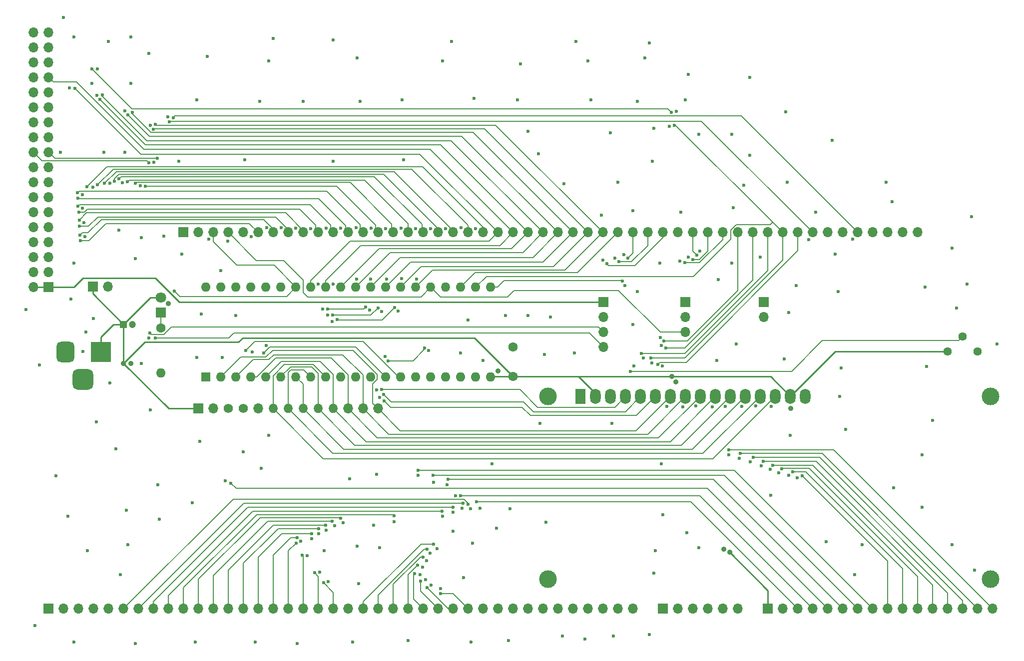
<source format=gtl>
G04 #@! TF.GenerationSoftware,KiCad,Pcbnew,(6.0.7-1)-1*
G04 #@! TF.CreationDate,2023-01-31T16:53:23+01:00*
G04 #@! TF.ProjectId,6502_computer,36353032-5f63-46f6-9d70-757465722e6b,REV*
G04 #@! TF.SameCoordinates,Original*
G04 #@! TF.FileFunction,Copper,L1,Top*
G04 #@! TF.FilePolarity,Positive*
%FSLAX46Y46*%
G04 Gerber Fmt 4.6, Leading zero omitted, Abs format (unit mm)*
G04 Created by KiCad (PCBNEW (6.0.7-1)-1) date 2023-01-31 16:53:23*
%MOMM*%
%LPD*%
G01*
G04 APERTURE LIST*
G04 Aperture macros list*
%AMRoundRect*
0 Rectangle with rounded corners*
0 $1 Rounding radius*
0 $2 $3 $4 $5 $6 $7 $8 $9 X,Y pos of 4 corners*
0 Add a 4 corners polygon primitive as box body*
4,1,4,$2,$3,$4,$5,$6,$7,$8,$9,$2,$3,0*
0 Add four circle primitives for the rounded corners*
1,1,$1+$1,$2,$3*
1,1,$1+$1,$4,$5*
1,1,$1+$1,$6,$7*
1,1,$1+$1,$8,$9*
0 Add four rect primitives between the rounded corners*
20,1,$1+$1,$2,$3,$4,$5,0*
20,1,$1+$1,$4,$5,$6,$7,0*
20,1,$1+$1,$6,$7,$8,$9,0*
20,1,$1+$1,$8,$9,$2,$3,0*%
G04 Aperture macros list end*
G04 #@! TA.AperFunction,ComponentPad*
%ADD10R,3.500000X3.500000*%
G04 #@! TD*
G04 #@! TA.AperFunction,ComponentPad*
%ADD11RoundRect,0.750000X-0.750000X-1.000000X0.750000X-1.000000X0.750000X1.000000X-0.750000X1.000000X0*%
G04 #@! TD*
G04 #@! TA.AperFunction,ComponentPad*
%ADD12RoundRect,0.875000X-0.875000X-0.875000X0.875000X-0.875000X0.875000X0.875000X-0.875000X0.875000X0*%
G04 #@! TD*
G04 #@! TA.AperFunction,ComponentPad*
%ADD13R,1.700000X1.700000*%
G04 #@! TD*
G04 #@! TA.AperFunction,ComponentPad*
%ADD14O,1.700000X1.700000*%
G04 #@! TD*
G04 #@! TA.AperFunction,ComponentPad*
%ADD15C,1.574800*%
G04 #@! TD*
G04 #@! TA.AperFunction,ComponentPad*
%ADD16O,1.574800X1.574800*%
G04 #@! TD*
G04 #@! TA.AperFunction,ComponentPad*
%ADD17R,1.600000X1.600000*%
G04 #@! TD*
G04 #@! TA.AperFunction,ComponentPad*
%ADD18O,1.600000X1.600000*%
G04 #@! TD*
G04 #@! TA.AperFunction,ComponentPad*
%ADD19O,1.579880X1.579880*%
G04 #@! TD*
G04 #@! TA.AperFunction,ComponentPad*
%ADD20C,1.600000*%
G04 #@! TD*
G04 #@! TA.AperFunction,ComponentPad*
%ADD21C,3.000000*%
G04 #@! TD*
G04 #@! TA.AperFunction,ComponentPad*
%ADD22R,1.800000X2.600000*%
G04 #@! TD*
G04 #@! TA.AperFunction,ComponentPad*
%ADD23O,1.800000X2.600000*%
G04 #@! TD*
G04 #@! TA.AperFunction,ComponentPad*
%ADD24C,1.440000*%
G04 #@! TD*
G04 #@! TA.AperFunction,ComponentPad*
%ADD25R,1.800000X1.800000*%
G04 #@! TD*
G04 #@! TA.AperFunction,ComponentPad*
%ADD26C,1.800000*%
G04 #@! TD*
G04 #@! TA.AperFunction,ComponentPad*
%ADD27R,1.200000X1.200000*%
G04 #@! TD*
G04 #@! TA.AperFunction,ComponentPad*
%ADD28C,1.200000*%
G04 #@! TD*
G04 #@! TA.AperFunction,ViaPad*
%ADD29C,0.900000*%
G04 #@! TD*
G04 #@! TA.AperFunction,ViaPad*
%ADD30C,0.600000*%
G04 #@! TD*
G04 #@! TA.AperFunction,Conductor*
%ADD31C,0.293624*%
G04 #@! TD*
G04 #@! TA.AperFunction,Conductor*
%ADD32C,0.146812*%
G04 #@! TD*
G04 APERTURE END LIST*
D10*
X79939400Y-104960500D03*
D11*
X73939400Y-104960500D03*
D12*
X76939400Y-109660500D03*
D13*
X179070000Y-96520000D03*
D14*
X179070000Y-99060000D03*
X179070000Y-101600000D03*
D13*
X71120000Y-148530000D03*
D14*
X73660000Y-148530000D03*
X76200000Y-148530000D03*
X78740000Y-148530000D03*
X81280000Y-148530000D03*
X83820000Y-148530000D03*
X86360000Y-148530000D03*
X88900000Y-148530000D03*
X91440000Y-148530000D03*
X93980000Y-148530000D03*
X96520000Y-148530000D03*
X99060000Y-148530000D03*
X101600000Y-148530000D03*
X104140000Y-148530000D03*
X106680000Y-148530000D03*
X109220000Y-148530000D03*
X111760000Y-148530000D03*
X114300000Y-148530000D03*
X116840000Y-148530000D03*
X119380000Y-148530000D03*
X121920000Y-148530000D03*
X124460000Y-148530000D03*
X127000000Y-148530000D03*
X129540000Y-148530000D03*
X132080000Y-148530000D03*
X134620000Y-148530000D03*
X137160000Y-148530000D03*
X139700000Y-148530000D03*
X142240000Y-148530000D03*
X144780000Y-148530000D03*
X147320000Y-148530000D03*
X149860000Y-148530000D03*
X152400000Y-148530000D03*
X154940000Y-148530000D03*
X157480000Y-148530000D03*
X160020000Y-148530000D03*
X162560000Y-148530000D03*
X165100000Y-148530000D03*
X167640000Y-148530000D03*
X170180000Y-148530000D03*
D13*
X165125000Y-96530000D03*
D14*
X165125000Y-99070000D03*
X165125000Y-101610000D03*
X165125000Y-104150000D03*
D13*
X175260000Y-148530000D03*
D14*
X177800000Y-148530000D03*
X180340000Y-148530000D03*
X182880000Y-148530000D03*
X185420000Y-148530000D03*
X187960000Y-148530000D03*
D13*
X78586000Y-93880000D03*
D14*
X81126000Y-93880000D03*
D13*
X96450892Y-114602392D03*
D14*
X98990892Y-114602392D03*
D15*
X101530892Y-114602392D03*
X104070892Y-114602392D03*
D14*
X106610892Y-114602392D03*
D16*
X109150892Y-114602392D03*
X111690892Y-114602392D03*
X114230892Y-114602392D03*
X116770892Y-114602392D03*
X119310892Y-114602392D03*
D14*
X121850892Y-114602392D03*
X124390892Y-114602392D03*
X126930892Y-114602392D03*
D13*
X71120000Y-93980000D03*
D14*
X68580000Y-93980000D03*
X71120000Y-91440000D03*
X68580000Y-91440000D03*
X71120000Y-88900000D03*
X68580000Y-88900000D03*
X71120000Y-86360000D03*
X68580000Y-86360000D03*
X71120000Y-83820000D03*
X68580000Y-83820000D03*
X71120000Y-81280000D03*
X68580000Y-81280000D03*
X71120000Y-78740000D03*
X68580000Y-78740000D03*
X71120000Y-76200000D03*
X68580000Y-76200000D03*
X71120000Y-73660000D03*
X68580000Y-73660000D03*
X71120000Y-71120000D03*
X68580000Y-71120000D03*
X71120000Y-68580000D03*
X68580000Y-68580000D03*
X71120000Y-66040000D03*
X68580000Y-66040000D03*
X71120000Y-63500000D03*
X68580000Y-63500000D03*
X71120000Y-60960000D03*
X68580000Y-60960000D03*
X71120000Y-58420000D03*
X68580000Y-58420000D03*
X71120000Y-55880000D03*
X68580000Y-55880000D03*
X71120000Y-53340000D03*
X68580000Y-53340000D03*
X71120000Y-50800000D03*
X68580000Y-50800000D03*
D13*
X192303000Y-96540000D03*
D14*
X192303000Y-99080000D03*
D13*
X93956000Y-84709000D03*
D14*
X96496000Y-84709000D03*
X99036000Y-84709000D03*
X101576000Y-84709000D03*
X104116000Y-84709000D03*
X106656000Y-84709000D03*
X109196000Y-84709000D03*
X111736000Y-84709000D03*
X114276000Y-84709000D03*
X116816000Y-84709000D03*
X119356000Y-84709000D03*
X121896000Y-84709000D03*
X124436000Y-84709000D03*
X126976000Y-84709000D03*
X129516000Y-84709000D03*
X132056000Y-84709000D03*
X134596000Y-84709000D03*
X137136000Y-84709000D03*
X139676000Y-84709000D03*
X142216000Y-84709000D03*
X144756000Y-84709000D03*
X147296000Y-84709000D03*
X149836000Y-84709000D03*
X152376000Y-84709000D03*
X154916000Y-84709000D03*
X157456000Y-84709000D03*
X159996000Y-84709000D03*
X162536000Y-84709000D03*
X165076000Y-84709000D03*
X167616000Y-84709000D03*
X170156000Y-84709000D03*
X172696000Y-84709000D03*
X175236000Y-84709000D03*
X177776000Y-84709000D03*
X180316000Y-84709000D03*
X182856000Y-84709000D03*
X185396000Y-84709000D03*
X187936000Y-84709000D03*
X190476000Y-84709000D03*
X193016000Y-84709000D03*
X195556000Y-84709000D03*
X198096000Y-84709000D03*
X200636000Y-84709000D03*
X203176000Y-84709000D03*
X205716000Y-84709000D03*
X208256000Y-84709000D03*
X210796000Y-84709000D03*
X213336000Y-84709000D03*
X215876000Y-84709000D03*
X218416000Y-84709000D03*
D17*
X97790000Y-109220000D03*
D18*
X100330000Y-109220000D03*
X102870000Y-109220000D03*
X105410000Y-109220000D03*
X107950000Y-109220000D03*
D19*
X110490000Y-109220000D03*
X113030000Y-109220000D03*
X115570000Y-109220000D03*
D18*
X118110000Y-109220000D03*
X120650000Y-109220000D03*
X123190000Y-109220000D03*
X125730000Y-109220000D03*
X128270000Y-109220000D03*
X130810000Y-109220000D03*
X133350000Y-109220000D03*
X135890000Y-109220000D03*
X138430000Y-109220000D03*
X140970000Y-109220000D03*
X143510000Y-109220000D03*
X146050000Y-109220000D03*
X146050000Y-93980000D03*
X143510000Y-93980000D03*
X140970000Y-93980000D03*
D19*
X138430000Y-93980000D03*
X135890000Y-93980000D03*
X133350000Y-93980000D03*
D18*
X130810000Y-93980000D03*
X128270000Y-93980000D03*
X125730000Y-93980000D03*
X123190000Y-93980000D03*
X120650000Y-93980000D03*
X118110000Y-93980000D03*
X115570000Y-93980000D03*
X113030000Y-93980000D03*
X110490000Y-93980000D03*
X107950000Y-93980000D03*
X105410000Y-93980000D03*
X102870000Y-93980000D03*
X100330000Y-93980000D03*
X97790000Y-93980000D03*
D20*
X149860000Y-109180000D03*
X149860000Y-104180000D03*
D13*
X193040000Y-148530000D03*
D14*
X195580000Y-148530000D03*
X198120000Y-148530000D03*
X200660000Y-148530000D03*
X203200000Y-148530000D03*
X205740000Y-148530000D03*
X208280000Y-148530000D03*
X210820000Y-148530000D03*
X213360000Y-148530000D03*
X215900000Y-148530000D03*
X218440000Y-148530000D03*
X220980000Y-148530000D03*
X223520000Y-148530000D03*
X226060000Y-148530000D03*
X228600000Y-148530000D03*
X231140000Y-148530000D03*
D21*
X230793480Y-143522700D03*
X230794000Y-112522000D03*
X155794900Y-112522000D03*
X155794900Y-143522700D03*
D22*
X161294000Y-112522000D03*
D23*
X163834000Y-112522000D03*
X166374000Y-112522000D03*
X168914000Y-112522000D03*
X171454000Y-112522000D03*
X173994000Y-112522000D03*
X176534000Y-112522000D03*
X179074000Y-112522000D03*
X181614000Y-112522000D03*
X184154000Y-112522000D03*
X186694000Y-112522000D03*
X189234000Y-112522000D03*
X191774000Y-112522000D03*
X194314000Y-112522000D03*
X196854000Y-112522000D03*
X199394000Y-112522000D03*
D24*
X228600000Y-104902000D03*
X226060000Y-102362000D03*
X223520000Y-104902000D03*
D25*
X90158000Y-98298000D03*
D26*
X90158000Y-95758000D03*
D20*
X90170000Y-100965000D03*
D18*
X90170000Y-108585000D03*
D27*
X83820000Y-100330000D03*
D28*
X85320000Y-100330000D03*
D29*
X186540688Y-138965760D03*
X83820000Y-106934000D03*
X176737207Y-109172145D03*
D30*
X68834000Y-151384000D03*
X174752000Y-89916000D03*
X158496000Y-76454000D03*
X178308000Y-81280000D03*
D29*
X85090000Y-106934000D03*
D30*
X195834000Y-106172000D03*
X175183800Y-107373894D03*
X147066000Y-134874000D03*
X137922000Y-55626000D03*
X179578000Y-57912000D03*
X96266000Y-105918000D03*
X224282000Y-137668000D03*
X133781800Y-125882400D03*
X129641600Y-133807200D03*
X78486000Y-59436000D03*
X207772000Y-142748000D03*
X140970000Y-105156000D03*
X83058000Y-84328000D03*
X190068200Y-123621800D03*
X100330000Y-91186000D03*
X137566400Y-145084800D03*
X125526800Y-97917000D03*
X181356000Y-138176000D03*
X228092000Y-141986000D03*
X151130000Y-56134000D03*
D29*
X91440000Y-96774000D03*
D30*
X206248000Y-118110000D03*
X86639400Y-76835000D03*
X183591200Y-114300000D03*
X196088000Y-64262000D03*
X172974000Y-52578000D03*
X184404000Y-106426000D03*
X186944000Y-68072000D03*
X130352800Y-98044000D03*
X196596000Y-98298000D03*
X197866000Y-93726000D03*
X85090000Y-51562000D03*
X118160800Y-135204200D03*
X227584000Y-82042000D03*
X138684000Y-127508000D03*
X205232000Y-112522000D03*
X82550000Y-121412000D03*
X142240000Y-99568000D03*
X73152000Y-71120000D03*
X101066600Y-126796800D03*
X186944000Y-89916000D03*
X202946000Y-137160000D03*
X139446000Y-52324000D03*
X117576600Y-97739200D03*
X77724000Y-138684000D03*
X113030000Y-84023200D03*
X135178800Y-140360400D03*
X135763000Y-139141200D03*
X78638400Y-77038200D03*
X118160800Y-83972400D03*
X122682000Y-154178000D03*
X184658000Y-92710000D03*
X107972514Y-103865906D03*
X76835000Y-78333600D03*
X80518000Y-71120000D03*
X164846000Y-81788000D03*
X79349600Y-56972200D03*
X108458000Y-55626000D03*
X105460800Y-85445600D03*
X175869600Y-114223800D03*
X136339106Y-127085912D03*
X152400000Y-67564000D03*
X113868200Y-137109200D03*
X189992000Y-71628000D03*
X131064000Y-62230000D03*
X224282000Y-87376000D03*
X166370000Y-67818000D03*
X144228730Y-131515351D03*
X231902000Y-103632000D03*
X190982600Y-114147600D03*
X175260000Y-132588000D03*
X106934000Y-62484000D03*
X156210000Y-99060000D03*
X198043800Y-126365000D03*
X143002000Y-137414000D03*
X84328000Y-131826000D03*
X67310000Y-97790000D03*
X170942000Y-62484000D03*
X196596000Y-125933200D03*
X115544600Y-84099400D03*
X83312000Y-142748000D03*
X214122000Y-79502000D03*
X207391000Y-85826600D03*
X72390000Y-125984000D03*
X205486000Y-107696000D03*
X96012000Y-154178000D03*
X107188000Y-124714000D03*
X134086600Y-142748000D03*
X130835400Y-83997800D03*
X163068000Y-62230000D03*
X122174000Y-126492000D03*
X86868000Y-106934000D03*
X119202200Y-99822000D03*
X125730000Y-92608400D03*
X84074000Y-71120000D03*
X123952000Y-62484000D03*
X123444000Y-137922000D03*
X187706000Y-103632000D03*
X213106000Y-76200000D03*
X102870000Y-98806000D03*
X120650000Y-83997800D03*
X133324600Y-84074000D03*
X81534000Y-110236000D03*
X75438000Y-51562000D03*
X104394000Y-72390000D03*
X171932600Y-106045000D03*
X128270000Y-84048600D03*
D29*
X177444400Y-110083600D03*
D30*
X189992000Y-58420000D03*
X193446400Y-124917200D03*
X95504000Y-130556000D03*
X139700000Y-135382000D03*
X134543800Y-141452600D03*
X150622000Y-62230000D03*
X139649200Y-132181600D03*
D29*
X196900800Y-114528600D03*
D30*
X135559800Y-104749600D03*
X191770000Y-88900000D03*
X155448000Y-133858000D03*
X191922400Y-124333000D03*
X126720600Y-111455200D03*
X127254000Y-138176000D03*
X133451600Y-92633800D03*
X137871200Y-132842000D03*
X88138000Y-102626888D03*
X108051600Y-83896200D03*
X178104800Y-89611200D03*
X81534000Y-76403200D03*
X172212000Y-55118000D03*
X149352000Y-131572000D03*
X115671600Y-136652000D03*
X143484600Y-84099400D03*
X69596000Y-107188000D03*
X104140000Y-121920000D03*
X158242000Y-153162000D03*
X204470000Y-88392000D03*
X168757600Y-93726000D03*
X146304000Y-123952000D03*
X121031000Y-133959600D03*
X170180000Y-100330000D03*
X89662000Y-127508000D03*
X173405800Y-106857800D03*
X166624000Y-117094000D03*
X114300000Y-62484000D03*
X220980000Y-116586000D03*
X131318000Y-72390000D03*
X219202000Y-122428000D03*
X141046200Y-83921600D03*
X176326800Y-66700400D03*
X101447600Y-86156800D03*
X123444000Y-55118000D03*
D29*
X147320000Y-108204000D03*
D30*
X126238000Y-134366000D03*
X154178000Y-71374000D03*
X168605200Y-88519000D03*
X128193800Y-105791000D03*
X84582000Y-137668000D03*
X93726000Y-88392000D03*
X181356000Y-68072000D03*
X154432000Y-117094000D03*
X142748000Y-154178000D03*
X90678000Y-85344000D03*
X138404600Y-84048600D03*
X106172000Y-154178000D03*
X125755400Y-83997800D03*
X118541800Y-143941800D03*
X81280000Y-52324000D03*
X83661929Y-76251659D03*
X219202000Y-131318000D03*
X175006000Y-123952000D03*
X79248000Y-116840000D03*
X85090000Y-59436000D03*
X193598800Y-114198400D03*
X199923400Y-85928200D03*
X74930000Y-96012000D03*
X162560000Y-55626000D03*
X85852000Y-154432000D03*
X96266000Y-62230000D03*
X134975600Y-143611600D03*
X88138000Y-54356000D03*
X188595000Y-114249200D03*
X130937000Y-92583000D03*
X73660000Y-48260000D03*
X135890000Y-84048600D03*
X203962000Y-69088000D03*
X98247200Y-85877400D03*
X219710000Y-93980000D03*
X96774000Y-120142000D03*
X193548000Y-129286000D03*
X180797200Y-114173000D03*
X119380000Y-72644000D03*
X100584000Y-105918000D03*
X196342000Y-76200000D03*
X201168000Y-81280000D03*
X170180000Y-81026000D03*
X174802800Y-102514400D03*
X117068600Y-142290800D03*
X179070000Y-62230000D03*
X187198000Y-80518000D03*
X77470000Y-101600000D03*
X155194000Y-105410000D03*
X170281600Y-107373894D03*
X119583200Y-134467600D03*
X148590000Y-98806000D03*
X119380000Y-93497400D03*
X178587400Y-114300000D03*
X113284000Y-154432000D03*
X140081000Y-129336800D03*
X186410600Y-122428000D03*
X74422000Y-132842000D03*
X75438000Y-154178000D03*
X141173200Y-131495800D03*
X152400000Y-98806000D03*
X88392000Y-114808000D03*
X84047302Y-64130144D03*
X173736000Y-142494000D03*
X116840000Y-93497400D03*
X128397000Y-92608400D03*
X219964000Y-107442000D03*
X88984911Y-72792136D03*
X114985800Y-139573000D03*
X98044000Y-54864000D03*
X225044000Y-97536000D03*
X123266200Y-83921600D03*
X77292200Y-85420200D03*
X88341200Y-66514506D03*
X76962000Y-104902000D03*
X162052000Y-153670000D03*
X188976000Y-76708000D03*
X188163200Y-123037600D03*
X132080000Y-153924000D03*
X136931400Y-138328400D03*
X196850000Y-119126000D03*
X142595600Y-131572000D03*
X127228600Y-112699800D03*
X173736000Y-67056000D03*
X118386979Y-98701979D03*
X85852000Y-89154000D03*
X165100000Y-89408000D03*
X170942000Y-94742000D03*
X144780000Y-106426000D03*
X173990000Y-138684000D03*
X226822000Y-93472000D03*
X110540800Y-83921600D03*
D29*
X185521600Y-138404600D03*
D30*
X173482000Y-72644000D03*
X214376000Y-128016000D03*
X105638600Y-105029000D03*
X119380000Y-52070000D03*
X166878000Y-153162000D03*
X97028000Y-98552000D03*
X123367800Y-92633800D03*
X93218000Y-72644000D03*
X116865400Y-135788400D03*
X135966200Y-144500600D03*
X174980600Y-103911400D03*
X160528000Y-52324000D03*
X117856000Y-138684000D03*
X167640000Y-76200000D03*
X74625200Y-60198000D03*
X141478000Y-143256000D03*
X167132000Y-89077800D03*
X194868800Y-125476000D03*
X89916000Y-133350000D03*
X108458000Y-119126000D03*
X172974000Y-152908000D03*
X160274000Y-105156000D03*
X143256000Y-61976000D03*
X79314545Y-61500599D03*
X149098000Y-153924000D03*
X109220000Y-51816000D03*
X177522349Y-64178824D03*
X77063600Y-83032600D03*
X126746000Y-125730000D03*
X91363800Y-65125600D03*
X185851800Y-114198400D03*
X127558800Y-98094800D03*
X209042000Y-137668000D03*
X181483000Y-87884000D03*
X179324000Y-135636000D03*
X78740000Y-99314000D03*
X179578000Y-88874600D03*
X76860400Y-80627694D03*
X204978000Y-94742000D03*
X75438000Y-89916000D03*
X86868000Y-85598000D03*
X123698000Y-144272000D03*
X169697400Y-108305600D03*
X127571122Y-111383933D03*
X127916168Y-112194116D03*
X127972684Y-113273820D03*
X186384748Y-121574889D03*
X188336640Y-122201905D03*
X190516075Y-122895250D03*
X192261759Y-123549864D03*
X193870358Y-124176439D03*
X195372160Y-124786728D03*
X197212488Y-125342939D03*
X198831200Y-125958600D03*
X143670907Y-130399059D03*
X102006400Y-127228600D03*
X140934111Y-129362652D03*
X138865528Y-126597825D03*
X136245600Y-125882400D03*
X133756400Y-125018800D03*
X92456000Y-94691200D03*
X76479400Y-86080600D03*
X76464181Y-85213195D03*
X117703600Y-144119600D03*
X116205000Y-142443200D03*
X76377800Y-83693000D03*
X114140302Y-139456380D03*
X76305494Y-82640501D03*
X137566400Y-145938303D03*
X75590400Y-60274200D03*
X135244630Y-144956455D03*
X134137400Y-143840200D03*
X79832200Y-62179200D03*
X133172200Y-142595600D03*
X80274197Y-61404127D03*
X84582000Y-64795400D03*
X133680200Y-141173200D03*
X134562582Y-139769857D03*
X85304171Y-64329059D03*
X88874600Y-67191094D03*
X135254972Y-138455362D03*
X136372600Y-137566400D03*
X89186127Y-66393820D03*
X76218380Y-81258185D03*
X113072251Y-137417309D03*
X113258600Y-136499600D03*
X76081224Y-80279338D03*
X76124669Y-78881351D03*
X115748872Y-135802003D03*
X116916200Y-134924800D03*
X76042300Y-78017225D03*
X142203944Y-130813665D03*
X77597000Y-76995494D03*
X141353873Y-130661640D03*
X79425800Y-76606400D03*
X80568800Y-76403200D03*
X139650484Y-131328098D03*
X137768497Y-131994700D03*
X82292172Y-76011228D03*
X83054550Y-75652028D03*
X134846497Y-104280916D03*
X128689411Y-106485865D03*
X129667000Y-132765800D03*
X120618692Y-133212293D03*
X84505800Y-76123800D03*
X119998620Y-99515110D03*
X129723778Y-97467114D03*
X119176800Y-133705600D03*
X85801200Y-76403200D03*
X119240014Y-98730211D03*
X126942980Y-97503841D03*
X173181400Y-106034325D03*
X78496098Y-56947252D03*
X176690924Y-64371694D03*
X177164135Y-66535062D03*
X87503000Y-76860400D03*
X118430102Y-97738720D03*
X124886064Y-97353152D03*
X118084600Y-134340600D03*
X89179400Y-102626888D03*
X89552458Y-72154676D03*
X88138000Y-72898000D03*
X88283113Y-101785812D03*
X91592400Y-65963800D03*
X92227400Y-65260694D03*
X107543600Y-105181400D03*
X104556548Y-104765747D03*
X169291000Y-89052400D03*
X167767000Y-89687400D03*
X165709600Y-90017600D03*
X180967329Y-88564109D03*
X180321825Y-89293159D03*
X178943000Y-89865200D03*
X175393343Y-103130618D03*
X175743996Y-104293098D03*
X171574382Y-105270309D03*
X174378389Y-107091441D03*
X168351200Y-92938600D03*
D31*
X193040000Y-145465072D02*
X186540688Y-138965760D01*
X96450892Y-114602392D02*
X91488392Y-114602392D01*
X103987600Y-102590600D02*
X103251000Y-103327200D01*
X193512000Y-109180000D02*
X196854000Y-112522000D01*
X160568000Y-109180000D02*
X160953624Y-109180000D01*
X146090000Y-109180000D02*
X146050000Y-109220000D01*
X143270600Y-102590600D02*
X103987600Y-102590600D01*
X79939400Y-104960500D02*
X79939400Y-102458000D01*
X90158000Y-95758000D02*
X88392000Y-95758000D01*
X149860000Y-109180000D02*
X160568000Y-109180000D01*
X193040000Y-148530000D02*
X193040000Y-145465072D01*
X160953624Y-109180000D02*
X163834000Y-112060376D01*
X149860000Y-109180000D02*
X146090000Y-109180000D01*
X204474000Y-104902000D02*
X223520000Y-104902000D01*
X78586000Y-95096000D02*
X78586000Y-93880000D01*
X83820000Y-100330000D02*
X78586000Y-95096000D01*
X196854000Y-112522000D02*
X204474000Y-104902000D01*
X160568000Y-109180000D02*
X193512000Y-109180000D01*
X83820000Y-106934000D02*
X83820000Y-100330000D01*
X82067400Y-100330000D02*
X83820000Y-100330000D01*
X103251000Y-103327200D02*
X87426800Y-103327200D01*
X91488392Y-114602392D02*
X83820000Y-106934000D01*
X163834000Y-112060376D02*
X163834000Y-112522000D01*
X149860000Y-109180000D02*
X143270600Y-102590600D01*
X88392000Y-95758000D02*
X83820000Y-100330000D01*
X87426800Y-103327200D02*
X83820000Y-106934000D01*
X79939400Y-102458000D02*
X82067400Y-100330000D01*
D32*
X169722800Y-108280200D02*
X169697400Y-108305600D01*
X202251401Y-103081999D02*
X197053200Y-108280200D01*
X226060000Y-102362000D02*
X225340001Y-103081999D01*
X197053200Y-108280200D02*
X169722800Y-108280200D01*
X225340001Y-103081999D02*
X202251401Y-103081999D01*
X154000200Y-114376200D02*
X151007933Y-111383933D01*
X151007933Y-111383933D02*
X127571122Y-111383933D01*
X168914000Y-112522000D02*
X167059800Y-114376200D01*
X167059800Y-114376200D02*
X154000200Y-114376200D01*
X129158452Y-113436400D02*
X127916168Y-112194116D01*
X168837800Y-115138200D02*
X153339800Y-115138200D01*
X153339800Y-115138200D02*
X151638000Y-113436400D01*
X151638000Y-113436400D02*
X129158452Y-113436400D01*
X171454000Y-112522000D02*
X168837800Y-115138200D01*
X170742800Y-115773200D02*
X152781000Y-115773200D01*
X152781000Y-115773200D02*
X151384785Y-114376985D01*
X129075849Y-114376985D02*
X127972684Y-113273820D01*
X173994000Y-112522000D02*
X170742800Y-115773200D01*
X151384785Y-114376985D02*
X129075849Y-114376985D01*
X126806606Y-109665945D02*
X126034800Y-110437751D01*
X122756751Y-104724200D02*
X126806606Y-108774055D01*
X126034800Y-110437751D02*
X126034800Y-113706300D01*
X130717900Y-118389400D02*
X126930892Y-114602392D01*
X126034800Y-113706300D02*
X126930892Y-114602392D01*
X107938980Y-105879674D02*
X109094454Y-104724200D01*
X109094454Y-104724200D02*
X122756751Y-104724200D01*
X100330000Y-109220000D02*
X103670326Y-105879674D01*
X103670326Y-105879674D02*
X107938980Y-105879674D01*
X231140000Y-148530000D02*
X204184889Y-121574889D01*
X170666600Y-118389400D02*
X130717900Y-118389400D01*
X126806606Y-108774055D02*
X126806606Y-109665945D01*
X204184889Y-121574889D02*
X186384748Y-121574889D01*
X176534000Y-112522000D02*
X170666600Y-118389400D01*
X105810013Y-106279987D02*
X108451613Y-106279987D01*
X124390892Y-108898340D02*
X124390892Y-114602392D01*
X102870000Y-109220000D02*
X105810013Y-106279987D01*
X120978752Y-105486200D02*
X124390892Y-108898340D01*
X202271905Y-122201905D02*
X188336640Y-122201905D01*
X109245400Y-105486200D02*
X120978752Y-105486200D01*
X124390892Y-114602392D02*
X128736700Y-118948200D01*
X228600000Y-148530000D02*
X202271905Y-122201905D01*
X128736700Y-118948200D02*
X172647800Y-118948200D01*
X108451613Y-106279987D02*
X109245400Y-105486200D01*
X172647800Y-118948200D02*
X179074000Y-112522000D01*
X181614000Y-112522000D02*
X181561621Y-112522000D01*
X105410000Y-109220000D02*
X106426000Y-109220000D01*
X118997551Y-106045000D02*
X121850892Y-108898341D01*
X106426000Y-109220000D02*
X109601000Y-106045000D01*
X174500421Y-119583200D02*
X126831700Y-119583200D01*
X121850892Y-108898341D02*
X121850892Y-114602392D01*
X226060000Y-148530000D02*
X226060000Y-147116800D01*
X201838450Y-122895250D02*
X190516075Y-122895250D01*
X181561621Y-112522000D02*
X174500421Y-119583200D01*
X226060000Y-147116800D02*
X201838450Y-122895250D01*
X109601000Y-106045000D02*
X118997551Y-106045000D01*
X126831700Y-119583200D02*
X121850892Y-114602392D01*
X176457800Y-120218200D02*
X184154000Y-112522000D01*
X110540800Y-106629200D02*
X107950000Y-109220000D01*
X223520000Y-145872200D02*
X201197664Y-123549864D01*
X119310892Y-108820692D02*
X117119400Y-106629200D01*
X124926700Y-120218200D02*
X176457800Y-120218200D01*
X201197664Y-123549864D02*
X192261759Y-123549864D01*
X223520000Y-148530000D02*
X223520000Y-145872200D01*
X117119400Y-106629200D02*
X110540800Y-106629200D01*
X119310892Y-114602392D02*
X119310892Y-108820692D01*
X119310892Y-114602392D02*
X124926700Y-120218200D01*
X122996300Y-120827800D02*
X178335821Y-120827800D01*
X186641621Y-112522000D02*
X186694000Y-112522000D01*
X116770892Y-108592092D02*
X116770892Y-114602392D01*
X116770892Y-114602392D02*
X122996300Y-120827800D01*
X200630439Y-124176439D02*
X193870358Y-124176439D01*
X115671600Y-107492800D02*
X116770892Y-108592092D01*
X110490000Y-109157514D02*
X112154714Y-107492800D01*
X110490000Y-109220000D02*
X110490000Y-109157514D01*
X220980000Y-144526000D02*
X200630439Y-124176439D01*
X112154714Y-107492800D02*
X115671600Y-107492800D01*
X178335821Y-120827800D02*
X186641621Y-112522000D01*
X220980000Y-148530000D02*
X220980000Y-144526000D01*
X218440000Y-143103600D02*
X200075800Y-124739400D01*
X114230892Y-114602392D02*
X114230892Y-110420892D01*
X195419488Y-124739400D02*
X195372160Y-124786728D01*
X180217000Y-121539000D02*
X189234000Y-112522000D01*
X121167500Y-121539000D02*
X180217000Y-121539000D01*
X114230892Y-110420892D02*
X113030000Y-109220000D01*
X200075800Y-124739400D02*
X195419488Y-124739400D01*
X218440000Y-148530000D02*
X218440000Y-143103600D01*
X114230892Y-114602392D02*
X121167500Y-121539000D01*
X191721621Y-112522000D02*
X191774000Y-112522000D01*
X111690892Y-108450908D02*
X112141000Y-108000800D01*
X199485539Y-125342939D02*
X197212488Y-125342939D01*
X119287900Y-122199400D02*
X182044221Y-122199400D01*
X114350800Y-108000800D02*
X115570000Y-109220000D01*
X215900000Y-148530000D02*
X215900000Y-141757400D01*
X111690892Y-114602392D02*
X111690892Y-108450908D01*
X112141000Y-108000800D02*
X114350800Y-108000800D01*
X111690892Y-114602392D02*
X119287900Y-122199400D01*
X215900000Y-141757400D02*
X199485539Y-125342939D01*
X182044221Y-122199400D02*
X191721621Y-112522000D01*
X109150892Y-109035108D02*
X111074200Y-107111800D01*
X116001800Y-107111800D02*
X118110000Y-109220000D01*
X213360000Y-140487400D02*
X198831200Y-125958600D01*
X117687700Y-123139200D02*
X183696800Y-123139200D01*
X111074200Y-107111800D02*
X116001800Y-107111800D01*
X213360000Y-148530000D02*
X213360000Y-140487400D01*
X183696800Y-123139200D02*
X194314000Y-112522000D01*
X109150892Y-114602392D02*
X109150892Y-109035108D01*
X109150892Y-114602392D02*
X117687700Y-123139200D01*
X198120000Y-148530000D02*
X179989059Y-130399059D01*
X179989059Y-130399059D02*
X143670907Y-130399059D01*
X102912706Y-128134906D02*
X102006400Y-127228600D01*
X182804906Y-128134906D02*
X102912706Y-128134906D01*
X203200000Y-148530000D02*
X182804906Y-128134906D01*
X200660000Y-148530000D02*
X181492652Y-129362652D01*
X181492652Y-129362652D02*
X140934111Y-129362652D01*
X205740000Y-148530000D02*
X183807825Y-126597825D01*
X183807825Y-126597825D02*
X138865528Y-126597825D01*
X185632400Y-125882400D02*
X136245600Y-125882400D01*
X208280000Y-148530000D02*
X185632400Y-125882400D01*
X210820000Y-148530000D02*
X187308800Y-125018800D01*
X187308800Y-125018800D02*
X133756400Y-125018800D01*
X99036000Y-86285200D02*
X99036000Y-84709000D01*
X111455200Y-95554800D02*
X93319600Y-95554800D01*
X113030000Y-93980000D02*
X109321600Y-90271600D01*
X93319600Y-95554800D02*
X92456000Y-94691200D01*
X113030000Y-93980000D02*
X111455200Y-95554800D01*
X109321600Y-90271600D02*
X103022400Y-90271600D01*
X103022400Y-90271600D02*
X99036000Y-86285200D01*
X110972600Y-89458800D02*
X106325800Y-89458800D01*
X174777400Y-101600000D02*
X167716200Y-94538800D01*
X179070000Y-101600000D02*
X174777400Y-101600000D01*
X114300000Y-94894400D02*
X114300000Y-92786200D01*
X137566400Y-95656400D02*
X135890000Y-93980000D01*
X114300000Y-92786200D02*
X110972600Y-89458800D01*
X167716200Y-94538800D02*
X149987000Y-94538800D01*
X135890000Y-93980000D02*
X134213600Y-95656400D01*
X106325800Y-89458800D02*
X101576000Y-84709000D01*
X115062000Y-95656400D02*
X114300000Y-94894400D01*
X148869400Y-95656400D02*
X137566400Y-95656400D01*
X149987000Y-94538800D02*
X148869400Y-95656400D01*
X134213600Y-95656400D02*
X115062000Y-95656400D01*
D31*
X76962000Y-92456000D02*
X89179400Y-92456000D01*
X75438000Y-93980000D02*
X76962000Y-92456000D01*
X68580000Y-93980000D02*
X75438000Y-93980000D01*
X89179400Y-92456000D02*
X93253400Y-96530000D01*
X93253400Y-96530000D02*
X165125000Y-96530000D01*
D32*
X105157400Y-83210400D02*
X80848200Y-83210400D01*
X77978000Y-86080600D02*
X76479400Y-86080600D01*
X106656000Y-84709000D02*
X105157400Y-83210400D01*
X80848200Y-83210400D02*
X77978000Y-86080600D01*
X109196000Y-84709000D02*
X109196000Y-84154021D01*
X117729000Y-144119600D02*
X117703600Y-144119600D01*
X107600073Y-82558094D02*
X80052706Y-82558094D01*
X119380000Y-145770600D02*
X117729000Y-144119600D01*
X109196000Y-84154021D02*
X107600073Y-82558094D01*
X77817506Y-84793294D02*
X76884082Y-84793294D01*
X119380000Y-145770600D02*
X119380000Y-148530000D01*
X76884082Y-84793294D02*
X76464181Y-85213195D01*
X80052706Y-82558094D02*
X77817506Y-84793294D01*
X111736000Y-84709000D02*
X111736000Y-84230221D01*
X77851000Y-83693000D02*
X76377800Y-83693000D01*
X116840000Y-148530000D02*
X116840000Y-143078200D01*
X116840000Y-143078200D02*
X116205000Y-142443200D01*
X111736000Y-84230221D02*
X109598579Y-82092800D01*
X79451200Y-82092800D02*
X77851000Y-83693000D01*
X109598579Y-82092800D02*
X79451200Y-82092800D01*
X114300000Y-139616078D02*
X114140302Y-139456380D01*
X111300379Y-81407000D02*
X77538995Y-81407000D01*
X77538995Y-81407000D02*
X76305494Y-82640501D01*
X114276000Y-84382621D02*
X111300379Y-81407000D01*
X114300000Y-148530000D02*
X114300000Y-139616078D01*
X114276000Y-84709000D02*
X114276000Y-84382621D01*
X139648303Y-145938303D02*
X137566400Y-145938303D01*
X134011800Y-71424800D02*
X86741000Y-71424800D01*
X115570000Y-93980000D02*
X115570000Y-92848630D01*
X86741000Y-71424800D02*
X75590400Y-60274200D01*
X142240000Y-148530000D02*
X139648303Y-145938303D01*
X122186682Y-86231948D02*
X145773052Y-86231948D01*
X145773052Y-86231948D02*
X147296000Y-84709000D01*
X147296000Y-84709000D02*
X134011800Y-71424800D01*
X115570000Y-92848630D02*
X122186682Y-86231948D01*
X124014430Y-86944200D02*
X147600800Y-86944200D01*
X87299800Y-70637400D02*
X75869800Y-59207400D01*
X138818175Y-148530000D02*
X135244630Y-144956455D01*
X149836000Y-84709000D02*
X135764400Y-70637400D01*
X118110000Y-92848630D02*
X124014430Y-86944200D01*
X75869800Y-59207400D02*
X71907400Y-59207400D01*
X71907400Y-59207400D02*
X71120000Y-58420000D01*
X147600800Y-86944200D02*
X149836000Y-84709000D01*
X118110000Y-93980000D02*
X118110000Y-92848630D01*
X135764400Y-70637400D02*
X87299800Y-70637400D01*
X139700000Y-148530000D02*
X138818175Y-148530000D01*
X134137400Y-145507400D02*
X134137400Y-143840200D01*
X137160000Y-148530000D02*
X134137400Y-145507400D01*
X87503000Y-69850000D02*
X79832200Y-62179200D01*
X120650000Y-93980000D02*
X127152400Y-87477600D01*
X149607400Y-87477600D02*
X152376000Y-84709000D01*
X137517000Y-69850000D02*
X87503000Y-69850000D01*
X127152400Y-87477600D02*
X149607400Y-87477600D01*
X152376000Y-84709000D02*
X137517000Y-69850000D01*
X132999494Y-146909494D02*
X132999494Y-142768306D01*
X154916000Y-84709000D02*
X139371200Y-69164200D01*
X139371200Y-69164200D02*
X87782400Y-69164200D01*
X87782400Y-69164200D02*
X80274197Y-61655997D01*
X151487000Y-88138000D02*
X154916000Y-84709000D01*
X134620000Y-148530000D02*
X132999494Y-146909494D01*
X123190000Y-93980000D02*
X129032000Y-88138000D01*
X132999494Y-142768306D02*
X133172200Y-142595600D01*
X80274197Y-61655997D02*
X80274197Y-61404127D01*
X129032000Y-88138000D02*
X151487000Y-88138000D01*
X141149200Y-68402200D02*
X88188800Y-68402200D01*
X132080000Y-148530000D02*
X132080000Y-142773400D01*
X125730000Y-93980000D02*
X130733800Y-88976200D01*
X88188800Y-68402200D02*
X84582000Y-64795400D01*
X157456000Y-84709000D02*
X141149200Y-68402200D01*
X132080000Y-142773400D02*
X133680200Y-141173200D01*
X130733800Y-88976200D02*
X153188800Y-88976200D01*
X153188800Y-88976200D02*
X157456000Y-84709000D01*
X159996000Y-84709000D02*
X143054200Y-67767200D01*
X128270000Y-93980000D02*
X132461000Y-89789000D01*
X129540000Y-144373600D02*
X134143743Y-139769857D01*
X129540000Y-148530000D02*
X129540000Y-144373600D01*
X134143743Y-139769857D02*
X134562582Y-139769857D01*
X88427915Y-67767200D02*
X85304171Y-64643456D01*
X143054200Y-67767200D02*
X88427915Y-67767200D01*
X154916000Y-89789000D02*
X159996000Y-84709000D01*
X132461000Y-89789000D02*
X154916000Y-89789000D01*
X85304171Y-64643456D02*
X85304171Y-64329059D01*
X88908094Y-67157600D02*
X88874600Y-67191094D01*
X134772438Y-138455362D02*
X135254972Y-138455362D01*
X130810000Y-93980000D02*
X134264400Y-90525600D01*
X144984600Y-67157600D02*
X88908094Y-67157600D01*
X127000000Y-146227800D02*
X134772438Y-138455362D01*
X162536000Y-84709000D02*
X144984600Y-67157600D01*
X156719400Y-90525600D02*
X162536000Y-84709000D01*
X134264400Y-90525600D02*
X156719400Y-90525600D01*
X127000000Y-148530000D02*
X127000000Y-146227800D01*
X124460000Y-147327919D02*
X134221519Y-137566400D01*
X146906906Y-66539906D02*
X89332213Y-66539906D01*
X165076000Y-84709000D02*
X146906906Y-66539906D01*
X89332213Y-66539906D02*
X89186127Y-66393820D01*
X136220200Y-91109800D02*
X158675200Y-91109800D01*
X133350000Y-93980000D02*
X136220200Y-91109800D01*
X158675200Y-91109800D02*
X165076000Y-84709000D01*
X124460000Y-148530000D02*
X124460000Y-147327919D01*
X134221519Y-137566400D02*
X136372600Y-137566400D01*
X77197109Y-81254600D02*
X77679709Y-80772000D01*
X76218380Y-81258185D02*
X76221965Y-81254600D01*
X113662579Y-80772000D02*
X116400106Y-83509527D01*
X116400106Y-84293106D02*
X116816000Y-84709000D01*
X77679709Y-80772000D02*
X113662579Y-80772000D01*
X116400106Y-83509527D02*
X116400106Y-84293106D01*
X76221965Y-81254600D02*
X77197109Y-81254600D01*
X111760000Y-138729560D02*
X113072251Y-137417309D01*
X111760000Y-148530000D02*
X111760000Y-138729560D01*
X115482167Y-80000788D02*
X76359774Y-80000788D01*
X109220000Y-148530000D02*
X109220000Y-139420600D01*
X109220000Y-139420600D02*
X112141000Y-136499600D01*
X112141000Y-136499600D02*
X113258600Y-136499600D01*
X118940106Y-83458727D02*
X115482167Y-80000788D01*
X76359774Y-80000788D02*
X76081224Y-80279338D01*
X118940106Y-84293106D02*
X118940106Y-83458727D01*
X119356000Y-84709000D02*
X118940106Y-84293106D01*
X76211918Y-78968600D02*
X76124669Y-78881351D01*
X106680000Y-139750800D02*
X110628797Y-135802003D01*
X121429306Y-84242306D02*
X121429306Y-83534927D01*
X121896000Y-84709000D02*
X121429306Y-84242306D01*
X116862979Y-78968600D02*
X76211918Y-78968600D01*
X110628797Y-135802003D02*
X115748872Y-135802003D01*
X106680000Y-148530000D02*
X106680000Y-139750800D01*
X121429306Y-83534927D02*
X116862979Y-78968600D01*
X104140000Y-148530000D02*
X104140000Y-140817600D01*
X110032800Y-134924800D02*
X116916200Y-134924800D01*
X123943906Y-83407927D02*
X118242673Y-77706694D01*
X104140000Y-140817600D02*
X108915200Y-136042400D01*
X108915200Y-136042400D02*
X110032800Y-134924800D01*
X123943906Y-84216906D02*
X123943906Y-83407927D01*
X124436000Y-84709000D02*
X123943906Y-84216906D01*
X118242673Y-77706694D02*
X76352831Y-77706694D01*
X76352831Y-77706694D02*
X76042300Y-78017225D01*
X144756000Y-83821400D02*
X134493000Y-73558400D01*
X80975200Y-73558400D02*
X77597000Y-76936600D01*
X141528817Y-129971800D02*
X142203944Y-130646927D01*
X102378200Y-129971800D02*
X141528817Y-129971800D01*
X77597000Y-76936600D02*
X77597000Y-76995494D01*
X134493000Y-73558400D02*
X80975200Y-73558400D01*
X144756000Y-84709000D02*
X144756000Y-83821400D01*
X83820000Y-148530000D02*
X102378200Y-129971800D01*
X142203944Y-130646927D02*
X142203944Y-130813665D01*
X142216000Y-84709000D02*
X142216000Y-83506919D01*
X132673881Y-73964800D02*
X82067400Y-73964800D01*
X142216000Y-83506919D02*
X132673881Y-73964800D01*
X86360000Y-148530000D02*
X104228360Y-130661640D01*
X104228360Y-130661640D02*
X141353873Y-130661640D01*
X82067400Y-73964800D02*
X79425800Y-76606400D01*
X104899821Y-131328098D02*
X139650484Y-131328098D01*
X88900000Y-148530000D02*
X88900000Y-147327919D01*
X139676000Y-84433421D02*
X129639179Y-74396600D01*
X88900000Y-147327919D02*
X104899821Y-131328098D01*
X82575400Y-74396600D02*
X80568800Y-76403200D01*
X129639179Y-74396600D02*
X82575400Y-74396600D01*
X139676000Y-84709000D02*
X139676000Y-84433421D01*
X83063441Y-74828400D02*
X82292172Y-75599669D01*
X127886579Y-74828400D02*
X83063441Y-74828400D01*
X82292172Y-75599669D02*
X82292172Y-76011228D01*
X91440000Y-146278600D02*
X105723900Y-131994700D01*
X91440000Y-148530000D02*
X91440000Y-146278600D01*
X137136000Y-84077821D02*
X127886579Y-74828400D01*
X105723900Y-131994700D02*
X137768497Y-131994700D01*
X137136000Y-84709000D02*
X137136000Y-84077821D01*
X132856680Y-106485865D02*
X134846497Y-104496048D01*
X134846497Y-104496048D02*
X134846497Y-104280916D01*
X126333781Y-75256802D02*
X83449776Y-75256802D01*
X134383306Y-84496306D02*
X134383306Y-83306327D01*
X83449776Y-75256802D02*
X83054550Y-75652028D01*
X93980000Y-144983200D02*
X106395506Y-132567694D01*
X129468894Y-132567694D02*
X129667000Y-132765800D01*
X134596000Y-84709000D02*
X134383306Y-84496306D01*
X128689411Y-106485865D02*
X132856680Y-106485865D01*
X134383306Y-83306327D02*
X126333781Y-75256802D01*
X106395506Y-132567694D02*
X129468894Y-132567694D01*
X93980000Y-148530000D02*
X93980000Y-144983200D01*
X127648990Y-99541902D02*
X129723778Y-97467114D01*
X120025412Y-99541902D02*
X127648990Y-99541902D01*
X96520000Y-143535400D02*
X106984800Y-133070600D01*
X132056000Y-84709000D02*
X132021106Y-84674106D01*
X120476999Y-133070600D02*
X120618692Y-133212293D01*
X84802506Y-75827094D02*
X84505800Y-76123800D01*
X124643473Y-75827094D02*
X84802506Y-75827094D01*
X96520000Y-148530000D02*
X96520000Y-143535400D01*
X132021106Y-84674106D02*
X132021106Y-83204727D01*
X132021106Y-83204727D02*
X124643473Y-75827094D01*
X106984800Y-133070600D02*
X120476999Y-133070600D01*
X119998620Y-99515110D02*
X120025412Y-99541902D01*
X119240014Y-98730211D02*
X125716610Y-98730211D01*
X99060000Y-148530000D02*
X99060000Y-142925800D01*
X129277906Y-83280927D02*
X122205073Y-76208094D01*
X99060000Y-142925800D02*
X99364800Y-142621000D01*
X125716610Y-98730211D02*
X126942980Y-97503841D01*
X129277906Y-84470906D02*
X129277906Y-83280927D01*
X99364800Y-142621000D02*
X108280200Y-133705600D01*
X122205073Y-76208094D02*
X85996306Y-76208094D01*
X108280200Y-133705600D02*
X119176800Y-133705600D01*
X85996306Y-76208094D02*
X85801200Y-76403200D01*
X129516000Y-84709000D02*
X129277906Y-84470906D01*
X78496098Y-57005277D02*
X85243774Y-63752953D01*
X85243774Y-63752953D02*
X176072183Y-63752953D01*
X177382062Y-66535062D02*
X177164135Y-66535062D01*
X195556000Y-84709000D02*
X193853500Y-83006500D01*
X180416200Y-92176600D02*
X145313400Y-92176600D01*
X193853500Y-83006500D02*
X177382062Y-66535062D01*
X187663538Y-83388200D02*
X186715400Y-84336338D01*
X186715400Y-84336338D02*
X186715400Y-85877400D01*
X195556000Y-89432000D02*
X178953675Y-106034325D01*
X176072183Y-63752953D02*
X176690924Y-64371694D01*
X178953675Y-106034325D02*
X173181400Y-106034325D01*
X78496098Y-56947252D02*
X78496098Y-57005277D01*
X145313400Y-92176600D02*
X143510000Y-93980000D01*
X193471800Y-83388200D02*
X187663538Y-83388200D01*
X195556000Y-84709000D02*
X195556000Y-89432000D01*
X193853500Y-83006500D02*
X193471800Y-83388200D01*
X186715400Y-85877400D02*
X180416200Y-92176600D01*
X119936379Y-76860400D02*
X87503000Y-76860400D01*
X118430582Y-97739200D02*
X124500016Y-97739200D01*
X109220000Y-134340600D02*
X118084600Y-134340600D01*
X118430102Y-97738720D02*
X118430582Y-97739200D01*
X126976000Y-84709000D02*
X126560106Y-84293106D01*
X126560106Y-84293106D02*
X126560106Y-83484127D01*
X101600000Y-148530000D02*
X101600000Y-141960600D01*
X126560106Y-83484127D02*
X119936379Y-76860400D01*
X101600000Y-141960600D02*
X103911400Y-139649200D01*
X103911400Y-139649200D02*
X109220000Y-134340600D01*
X124500016Y-97739200D02*
X124886064Y-97353152D01*
X71120000Y-71120000D02*
X72154676Y-72154676D01*
X101665312Y-102626888D02*
X89179400Y-102626888D01*
X162778200Y-101803200D02*
X102489000Y-101803200D01*
X72154676Y-72154676D02*
X89552458Y-72154676D01*
X102489000Y-101803200D02*
X101665312Y-102626888D01*
X165125000Y-104150000D02*
X162778200Y-101803200D01*
X88538907Y-102041606D02*
X88283113Y-101785812D01*
X69993394Y-72533394D02*
X87773394Y-72533394D01*
X91897551Y-100760000D02*
X90615945Y-102041606D01*
X164275000Y-100760000D02*
X91897551Y-100760000D01*
X87773394Y-72533394D02*
X88138000Y-72898000D01*
X90615945Y-102041606D02*
X88538907Y-102041606D01*
X68580000Y-71120000D02*
X69993394Y-72533394D01*
X165125000Y-101610000D02*
X164275000Y-100760000D01*
X181763800Y-65836800D02*
X91719400Y-65836800D01*
X91719400Y-65836800D02*
X91592400Y-65963800D01*
X200636000Y-84709000D02*
X181763800Y-65836800D01*
X208256000Y-84709000D02*
X188494800Y-64947800D01*
X92540294Y-64947800D02*
X92227400Y-65260694D01*
X188494800Y-64947800D02*
X92540294Y-64947800D01*
X128270000Y-109220000D02*
X123164600Y-104114600D01*
X108610400Y-104114600D02*
X107543600Y-105181400D01*
X123164600Y-104114600D02*
X108610400Y-104114600D01*
X124422583Y-103239000D02*
X106083295Y-103239000D01*
X130810000Y-109220000D02*
X130403583Y-109220000D01*
X130403583Y-109220000D02*
X124422583Y-103239000D01*
X106083295Y-103239000D02*
X104556548Y-104765747D01*
X90170000Y-100965000D02*
X90170000Y-98310000D01*
X90170000Y-98310000D02*
X90158000Y-98298000D01*
X170156000Y-88187400D02*
X169291000Y-89052400D01*
X170156000Y-84709000D02*
X170156000Y-88187400D01*
X169926000Y-89687400D02*
X172696000Y-86917400D01*
X167767000Y-89687400D02*
X169926000Y-89687400D01*
X172696000Y-86917400D02*
X172696000Y-84709000D01*
X170510200Y-90322400D02*
X166014400Y-90322400D01*
X166014400Y-90322400D02*
X165709600Y-90017600D01*
X175236000Y-84709000D02*
X175236000Y-85596600D01*
X175236000Y-85596600D02*
X170510200Y-90322400D01*
X180316000Y-84709000D02*
X180316000Y-87912780D01*
X180316000Y-87912780D02*
X180967329Y-88564109D01*
X182856000Y-84709000D02*
X182856000Y-87882617D01*
X182856000Y-87882617D02*
X181445458Y-89293159D01*
X181445458Y-89293159D02*
X180321825Y-89293159D01*
X185396000Y-85911081D02*
X181437816Y-89869265D01*
X185396000Y-84709000D02*
X185396000Y-85911081D01*
X178947065Y-89869265D02*
X178943000Y-89865200D01*
X181437816Y-89869265D02*
X178947065Y-89869265D01*
X187936000Y-94562800D02*
X179368182Y-103130618D01*
X187936000Y-84709000D02*
X187936000Y-94562800D01*
X179368182Y-103130618D02*
X175393343Y-103130618D01*
X190476000Y-92796486D02*
X178979388Y-104293098D01*
X190476000Y-84709000D02*
X190476000Y-92796486D01*
X178979388Y-104293098D02*
X175743996Y-104293098D01*
X193016000Y-84709000D02*
X193016000Y-91210000D01*
X178955691Y-105270309D02*
X171574382Y-105270309D01*
X193016000Y-91210000D02*
X178955691Y-105270309D01*
X174722842Y-106746988D02*
X174378389Y-107091441D01*
X179190470Y-106746988D02*
X174722842Y-106746988D01*
X198096000Y-87841458D02*
X179190470Y-106746988D01*
X198096000Y-84709000D02*
X198096000Y-87841458D01*
X160758000Y-91567000D02*
X143383000Y-91567000D01*
X167616000Y-84709000D02*
X160758000Y-91567000D01*
X143383000Y-91567000D02*
X140970000Y-93980000D01*
X147193000Y-93980000D02*
X146050000Y-93980000D01*
X148285200Y-92887800D02*
X147193000Y-93980000D01*
X168300400Y-92887800D02*
X168351200Y-92938600D01*
X148285200Y-92887800D02*
X168300400Y-92887800D01*
M02*

</source>
